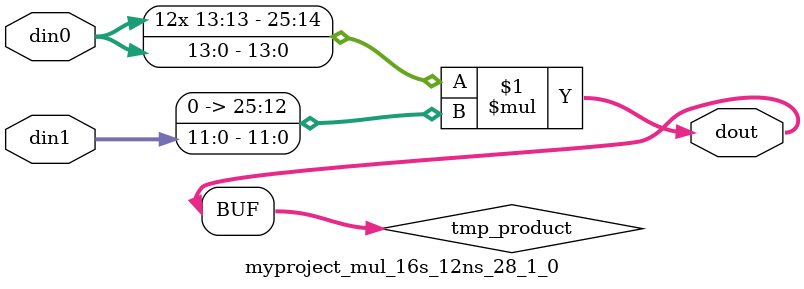
<source format=v>

`timescale 1 ns / 1 ps

  module myproject_mul_16s_12ns_28_1_0(din0, din1, dout);
parameter ID = 1;
parameter NUM_STAGE = 0;
parameter din0_WIDTH = 14;
parameter din1_WIDTH = 12;
parameter dout_WIDTH = 26;

input [din0_WIDTH - 1 : 0] din0; 
input [din1_WIDTH - 1 : 0] din1; 
output [dout_WIDTH - 1 : 0] dout;

wire signed [dout_WIDTH - 1 : 0] tmp_product;












assign tmp_product = $signed(din0) * $signed({1'b0, din1});









assign dout = tmp_product;







endmodule

</source>
